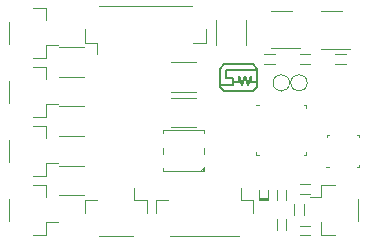
<source format=gbr>
G04 #@! TF.GenerationSoftware,KiCad,Pcbnew,(5.1.5)-3*
G04 #@! TF.CreationDate,2020-03-29T22:20:37+02:00*
G04 #@! TF.ProjectId,c3dpb,63336470-622e-46b6-9963-61645f706362,rev?*
G04 #@! TF.SameCoordinates,Original*
G04 #@! TF.FileFunction,Legend,Top*
G04 #@! TF.FilePolarity,Positive*
%FSLAX46Y46*%
G04 Gerber Fmt 4.6, Leading zero omitted, Abs format (unit mm)*
G04 Created by KiCad (PCBNEW (5.1.5)-3) date 2020-03-29 22:20:37*
%MOMM*%
%LPD*%
G04 APERTURE LIST*
%ADD10C,0.200000*%
%ADD11C,0.100000*%
%ADD12C,0.120000*%
G04 APERTURE END LIST*
D10*
X89682111Y-84654101D02*
X89682111Y-84209601D01*
X90190111Y-84209601D02*
X90444111Y-84971601D01*
X90698111Y-84209601D02*
X90698111Y-84654101D01*
X91206111Y-83701601D02*
X88539111Y-83701601D01*
X88031111Y-85098601D02*
X88412111Y-85479601D01*
X88412111Y-83193601D02*
X88031111Y-83574601D01*
X88539111Y-84336601D02*
X89174111Y-84336601D01*
X89174111Y-84654101D02*
X89682111Y-84654101D01*
X89682111Y-84209601D02*
X89936111Y-84971601D01*
X88031111Y-83574601D02*
X88031111Y-85098601D01*
X91206111Y-83574601D02*
X90825111Y-83193601D01*
X89174111Y-84971601D02*
X88031111Y-84971601D01*
X88412111Y-85479601D02*
X90825111Y-85479601D01*
X90825111Y-85479601D02*
X91206111Y-85098601D01*
X89936111Y-84971601D02*
X90190111Y-84209601D01*
X90444111Y-84971601D02*
X90698111Y-84209601D01*
X90698111Y-84654101D02*
X91206111Y-84654101D01*
X88539111Y-83701601D02*
X88539111Y-84336601D01*
X91206111Y-85098601D02*
X91206111Y-83574601D01*
X89174111Y-84336601D02*
X89174111Y-84971601D01*
X90825111Y-83193601D02*
X88412111Y-83193601D01*
D11*
X97300000Y-91850000D02*
X97050000Y-91850000D01*
X97150000Y-89150000D02*
X97300000Y-89150000D01*
X97150000Y-89300000D02*
X97150000Y-89150000D01*
X99850000Y-89150000D02*
X99850000Y-89300000D01*
X99850000Y-89150000D02*
X99700000Y-89150000D01*
X99850000Y-91850000D02*
X99700000Y-91850000D01*
X99860000Y-91850000D02*
X99860000Y-91700000D01*
X86050000Y-88500000D02*
X83950000Y-88500000D01*
X83950000Y-86000000D02*
X86050000Y-86000000D01*
D12*
X77810000Y-78240000D02*
X85690000Y-78240000D01*
X86860000Y-81360000D02*
X85810000Y-81360000D01*
X86860000Y-80210000D02*
X86860000Y-81360000D01*
X77690000Y-81360000D02*
X77690000Y-82350000D01*
X76640000Y-81360000D02*
X77690000Y-81360000D01*
X76640000Y-80210000D02*
X76640000Y-81360000D01*
X93950000Y-84750000D02*
G75*
G03X93950000Y-84750000I-700000J0D01*
G01*
X95450000Y-84750000D02*
G75*
G03X95450000Y-84750000I-700000J0D01*
G01*
X70240000Y-91440000D02*
X70240000Y-89560000D01*
X73360000Y-88390000D02*
X73360000Y-89440000D01*
X72210000Y-88390000D02*
X73360000Y-88390000D01*
X73360000Y-91560000D02*
X74350000Y-91560000D01*
X73360000Y-92610000D02*
X73360000Y-91560000D01*
X72210000Y-92610000D02*
X73360000Y-92610000D01*
X70240000Y-96440000D02*
X70240000Y-94560000D01*
X73360000Y-93390000D02*
X73360000Y-94440000D01*
X72210000Y-93390000D02*
X73360000Y-93390000D01*
X73360000Y-96560000D02*
X74350000Y-96560000D01*
X73360000Y-97610000D02*
X73360000Y-96560000D01*
X72210000Y-97610000D02*
X73360000Y-97610000D01*
X86750000Y-91900000D02*
X86400000Y-92250000D01*
X86750000Y-92100000D02*
X86600000Y-92250000D01*
X86750000Y-91900000D02*
X86750000Y-92150000D01*
X86500000Y-92250000D02*
X86750000Y-92000000D01*
X86750000Y-92000000D02*
X86500000Y-92250000D01*
X83250000Y-92250000D02*
X83250000Y-92000000D01*
X83250000Y-90750000D02*
X83250000Y-90250000D01*
X83250000Y-89000000D02*
X83250000Y-88750000D01*
X86750000Y-89000000D02*
X86750000Y-88750000D01*
X86750000Y-90750000D02*
X86750000Y-90250000D01*
X86750000Y-92250000D02*
X86750000Y-92000000D01*
X83250000Y-92250000D02*
X86750000Y-92250000D01*
X86750000Y-88750000D02*
X83250000Y-88750000D01*
D11*
X87750000Y-81550000D02*
X87750000Y-79450000D01*
X90250000Y-79450000D02*
X90250000Y-81550000D01*
X83950000Y-83000000D02*
X86050000Y-83000000D01*
X86050000Y-85500000D02*
X83950000Y-85500000D01*
X76550000Y-84250000D02*
X74450000Y-84250000D01*
X74450000Y-81750000D02*
X76550000Y-81750000D01*
X76550000Y-89250000D02*
X74450000Y-89250000D01*
X74450000Y-86750000D02*
X76550000Y-86750000D01*
X76550000Y-94250000D02*
X74450000Y-94250000D01*
X74450000Y-91750000D02*
X76550000Y-91750000D01*
D12*
X70240000Y-86440000D02*
X70240000Y-84560000D01*
X73360000Y-83390000D02*
X73360000Y-84440000D01*
X72210000Y-83390000D02*
X73360000Y-83390000D01*
X73360000Y-86560000D02*
X74350000Y-86560000D01*
X73360000Y-87610000D02*
X73360000Y-86560000D01*
X72210000Y-87610000D02*
X73360000Y-87610000D01*
X96600000Y-81860000D02*
X99050000Y-81860000D01*
X98400000Y-78640000D02*
X96600000Y-78640000D01*
X94130000Y-78690000D02*
X92370000Y-78690000D01*
X92370000Y-81760000D02*
X94800000Y-81760000D01*
D11*
X94800000Y-82350000D02*
X95700000Y-82350000D01*
X95700000Y-83150000D02*
X94800000Y-83150000D01*
X91800000Y-82350000D02*
X92700000Y-82350000D01*
X92700000Y-83150000D02*
X91800000Y-83150000D01*
X98700000Y-83150000D02*
X97800000Y-83150000D01*
X97800000Y-82350000D02*
X98700000Y-82350000D01*
D12*
X70240000Y-81440000D02*
X70240000Y-79560000D01*
X73360000Y-78390000D02*
X73360000Y-79440000D01*
X72210000Y-78390000D02*
X73360000Y-78390000D01*
X73360000Y-81560000D02*
X74350000Y-81560000D01*
X73360000Y-82610000D02*
X73360000Y-81560000D01*
X72210000Y-82610000D02*
X73360000Y-82610000D01*
X89690000Y-97760000D02*
X83810000Y-97760000D01*
X82640000Y-94640000D02*
X83690000Y-94640000D01*
X82640000Y-95790000D02*
X82640000Y-94640000D01*
X89810000Y-94640000D02*
X89810000Y-93650000D01*
X90860000Y-94640000D02*
X89810000Y-94640000D01*
X90860000Y-95790000D02*
X90860000Y-94640000D01*
X80690000Y-97760000D02*
X77810000Y-97760000D01*
X76640000Y-94640000D02*
X77690000Y-94640000D01*
X76640000Y-95790000D02*
X76640000Y-94640000D01*
X80810000Y-94640000D02*
X80810000Y-93650000D01*
X81860000Y-94640000D02*
X80810000Y-94640000D01*
X81860000Y-95790000D02*
X81860000Y-94640000D01*
X99760000Y-94560000D02*
X99760000Y-96440000D01*
X96640000Y-97610000D02*
X96640000Y-96560000D01*
X97790000Y-97610000D02*
X96640000Y-97610000D01*
X96640000Y-94440000D02*
X95650000Y-94440000D01*
X96640000Y-93390000D02*
X96640000Y-94440000D01*
X97790000Y-93390000D02*
X96640000Y-93390000D01*
X95135000Y-86640000D02*
X95360000Y-86640000D01*
X95360000Y-86640000D02*
X95360000Y-86865000D01*
X91365000Y-90860000D02*
X91140000Y-90860000D01*
X91140000Y-90860000D02*
X91140000Y-90635000D01*
X95135000Y-90860000D02*
X95360000Y-90860000D01*
X95360000Y-90860000D02*
X95360000Y-90635000D01*
X91365000Y-86640000D02*
X91140000Y-86640000D01*
D11*
X93650000Y-96300000D02*
X93650000Y-97200000D01*
X92850000Y-97200000D02*
X92850000Y-96300000D01*
X95700000Y-97650000D02*
X94800000Y-97650000D01*
X94800000Y-96850000D02*
X95700000Y-96850000D01*
X95700000Y-94150000D02*
X94800000Y-94150000D01*
X94800000Y-93350000D02*
X95700000Y-93350000D01*
X91350000Y-94500000D02*
X92150000Y-94500000D01*
X91350000Y-94600000D02*
X92150000Y-94600000D01*
X91350000Y-94700000D02*
X92150000Y-94700000D01*
X92150000Y-93800000D02*
X92150000Y-94700000D01*
X91350000Y-94700000D02*
X91350000Y-93800000D01*
X94350000Y-95950000D02*
X94350000Y-95050000D01*
X95150000Y-95050000D02*
X95150000Y-95950000D01*
X92850000Y-94700000D02*
X92850000Y-93800000D01*
X93650000Y-93800000D02*
X93650000Y-94700000D01*
M02*

</source>
